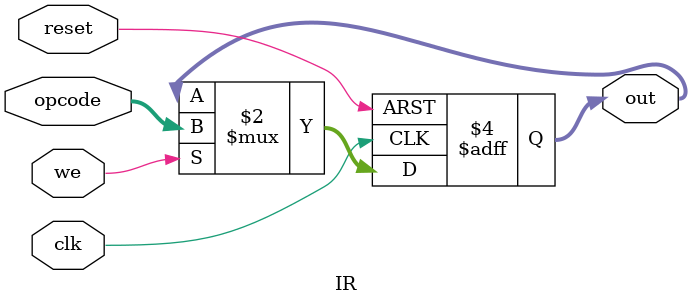
<source format=v>
module IR(opcode, we, clk, reset, out);
	input [8:0] opcode;
	input clk;
	input reset;
	input we;
	output reg [8:0] out;
	
	always @(posedge clk, posedge reset)
		if(reset) out <= 9'd0;
		else if(we) out <= opcode;
endmodule

</source>
